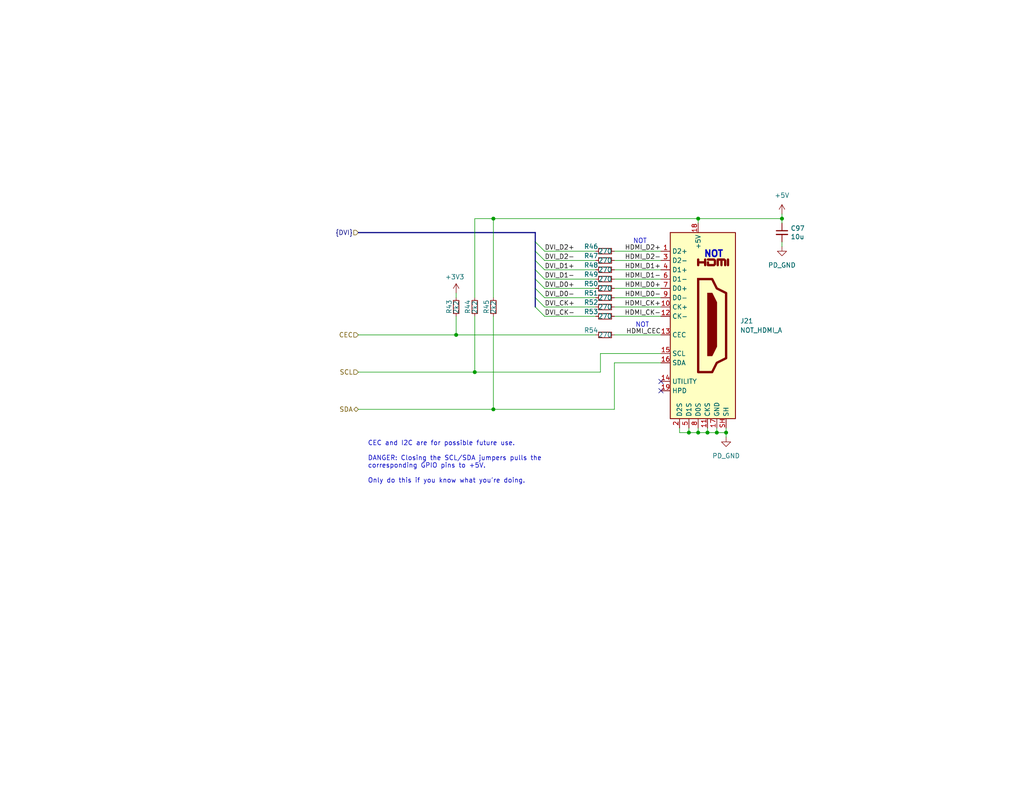
<source format=kicad_sch>
(kicad_sch (version 20211123) (generator eeschema)
  (paper "A")
  (title_block (title "EconoPET 40/8096") (date "2023-11-21") (rev "B"))
  (lib_symbols
    (symbol "Connector:HDMI_A"
      (property "Reference" "J" (at -6.35 26.67 0))
      (property "Value" "HDMI_A" (at 10.16 26.67 0))
      (symbol "HDMI_A_0_0"
        (polyline (pts (xy 8.128 16.51) (xy 8.128 18.034)) (stroke (width 0.635)))
        (polyline (pts (xy 0 16.51) (xy 0 18.034) (xy 0 17.272) (xy 1.905 17.272) (xy 1.905 18.034) (xy 1.905 16.51)) (stroke (width 0.635)))
        (polyline (pts (xy 2.667 18.034) (xy 4.318 18.034) (xy 4.572 17.78) (xy 4.572 16.764) (xy 4.318 16.51) (xy 2.667 16.51) (xy 2.667 17.272)) (stroke (width 0.635)))
      )
      (symbol "HDMI_A_0_1"
        (rectangle (start -7.62 25.4) (end 10.16 -25.4) (stroke (width 0.254)) (fill (type background)))
        (polyline (pts (xy 2.54 8.89) (xy 3.81 8.89) (xy 5.08 6.35) (xy 5.08 -5.715) (xy 3.81 -8.255) (xy 2.54 -8.255) (xy 2.54 8.89)) (fill (type outline)))
        (polyline (pts (xy 5.334 16.51) (xy 5.334 18.034) (xy 6.35 18.034) (xy 6.35 16.51) (xy 6.35 18.034) (xy 7.112 18.034) (xy 7.366 17.78) (xy 7.366 16.51)) (stroke (width 0.635)))
        (polyline (pts (xy 0 12.7) (xy 0 -12.7) (xy 3.81 -12.7) (xy 5.08 -10.16) (xy 7.62 -8.89) (xy 7.62 8.89) (xy 5.08 10.16) (xy 3.81 12.7) (xy 0 12.7)) (stroke (width 0.635)))
      )
      (symbol "HDMI_A_1_1"
        (pin passive line (at -10.16 20.32 0) (length 2.54) (name "D2+") (number "1"))
        (pin passive line (at -10.16 5.08 0) (length 2.54) (name "CK+") (number "10"))
        (pin power_in line (at 2.54 -27.94 90) (length 2.54) (name "CKS") (number "11"))
        (pin passive line (at -10.16 2.54 0) (length 2.54) (name "CK-") (number "12"))
        (pin bidirectional line (at -10.16 -2.54 0) (length 2.54) (name "CEC") (number "13"))
        (pin passive line (at -10.16 -15.24 0) (length 2.54) (name "UTILITY") (number "14"))
        (pin passive line (at -10.16 -7.62 0) (length 2.54) (name "SCL") (number "15"))
        (pin bidirectional line (at -10.16 -10.16 0) (length 2.54) (name "SDA") (number "16"))
        (pin power_in line (at 5.08 -27.94 90) (length 2.54) (name "GND") (number "17"))
        (pin power_in line (at 0 27.94 270) (length 2.54) (name "+5V") (number "18"))
        (pin passive line (at -10.16 -17.78 0) (length 2.54) (name "HPD") (number "19"))
        (pin power_in line (at -5.08 -27.94 90) (length 2.54) (name "D2S") (number "2"))
        (pin passive line (at -10.16 17.78 0) (length 2.54) (name "D2-") (number "3"))
        (pin passive line (at -10.16 15.24 0) (length 2.54) (name "D1+") (number "4"))
        (pin power_in line (at -2.54 -27.94 90) (length 2.54) (name "D1S") (number "5"))
        (pin passive line (at -10.16 12.7 0) (length 2.54) (name "D1-") (number "6"))
        (pin passive line (at -10.16 10.16 0) (length 2.54) (name "D0+") (number "7"))
        (pin power_in line (at 0 -27.94 90) (length 2.54) (name "D0S") (number "8"))
        (pin passive line (at -10.16 7.62 0) (length 2.54) (name "D0-") (number "9"))
        (pin passive line (at 7.62 -27.94 90) (length 2.54) (name "SH") (number "SH"))
      )
    )
    (symbol "Device:C_Small" (pin_numbers hide) (pin_names (offset 0.254) hide)
      (property "Reference" "C" (at 0.254 1.778 0))
      (property "Value" "C_Small" (at 0.254 -2.032 0))
      (symbol "C_Small_0_1"
        (polyline (pts (xy -1.524 -0.508) (xy 1.524 -0.508)) (stroke (width 0.3302)))
        (polyline (pts (xy -1.524 0.508) (xy 1.524 0.508)) (stroke (width 0.3048)))
      )
      (symbol "C_Small_1_1"
        (pin passive line (at 0 2.54 270) (length 2.032) (name "~") (number "1"))
        (pin passive line (at 0 -2.54 90) (length 2.032) (name "~") (number "2"))
      )
    )
    (symbol "Device:R_Small" (pin_numbers hide) (pin_names (offset 0.254) hide)
      (property "Reference" "R" (at 0.762 0.508 0))
      (property "Value" "R_Small" (at 0.762 -1.016 0))
      (symbol "R_Small_0_1"
        (rectangle (start -0.762 1.778) (end 0.762 -1.778) (stroke (width 0.2032)))
      )
      (symbol "R_Small_1_1"
        (pin passive line (at 0 2.54 270) (length 0.762) (name "~") (number "1"))
        (pin passive line (at 0 -2.54 90) (length 0.762) (name "~") (number "2"))
      )
    )
    (symbol "PET:PD_GND" (power) (pin_names (offset 0))
      (property "Value" "PD_GND" (at 0 -3.81 0))
      (symbol "PD_GND_0_1"
        (polyline (pts (xy 0 0) (xy 0 -1.27) (xy 1.27 -1.27) (xy 0 -2.54) (xy -1.27 -1.27) (xy 0 -1.27)))
      )
      (symbol "PD_GND_1_1"
        (pin power_in line (at 0 0 270) (length 0) hide (name "PD_GND") (number "1"))
      )
    )
    (symbol "power:+3V3" (power) (pin_names (offset 0))
      (property "Value" "+3V3" (at 0 3.556 0))
      (symbol "+3V3_0_1"
        (polyline (pts (xy -0.762 1.27) (xy 0 2.54)))
        (polyline (pts (xy 0 0) (xy 0 2.54)))
        (polyline (pts (xy 0 2.54) (xy 0.762 1.27)))
      )
      (symbol "+3V3_1_1"
        (pin power_in line (at 0 0 90) (length 0) hide (name "+3V3") (number "1"))
      )
    )
    (symbol "power:+5V" (power) (pin_names (offset 0))
      (property "Value" "+5V" (at 0 3.556 0))
      (symbol "+5V_0_1"
        (polyline (pts (xy -0.762 1.27) (xy 0 2.54)))
        (polyline (pts (xy 0 0) (xy 0 2.54)))
        (polyline (pts (xy 0 2.54) (xy 0.762 1.27)))
      )
      (symbol "+5V_1_1"
        (pin power_in line (at 0 0 90) (length 0) hide (name "+5V") (number "1"))
      )
    )
  )
  (bus_alias "DVI" (members "DVI_D2+" "DVI_D2-" "DVI_D1+" "DVI_D1-" "DVI_D0+" "DVI_D0-" "DVI_CK+" "DVI_CK-"))
  (junction (at 134.62 111.76))
  (junction (at 213.36 59.69))
  (junction (at 193.04 118.11))
  (junction (at 190.5 59.69))
  (junction (at 134.62 59.69))
  (junction (at 190.5 118.11))
  (junction (at 129.54 101.6))
  (junction (at 198.12 118.11))
  (junction (at 187.96 118.11))
  (junction (at 124.46 91.44))
  (junction (at 195.58 118.11))
  (no_connect (at 180.34 104.14))
  (no_connect (at 180.34 106.68))
  (bus_entry (at 146.05 66.04) (size 2.54 2.54))
  (bus_entry (at 146.05 68.58) (size 2.54 2.54))
  (bus_entry (at 146.05 71.12) (size 2.54 2.54))
  (bus_entry (at 146.05 73.66) (size 2.54 2.54))
  (bus_entry (at 146.05 76.2) (size 2.54 2.54))
  (bus_entry (at 146.05 78.74) (size 2.54 2.54))
  (bus_entry (at 146.05 81.28) (size 2.54 2.54))
  (bus_entry (at 146.05 83.82) (size 2.54 2.54))
  (wire (pts (xy 167.64 81.28) (xy 180.34 81.28)))
  (bus (pts (xy 146.05 63.5) (xy 146.05 66.04)))
  (wire (pts (xy 167.64 83.82) (xy 180.34 83.82)))
  (wire (pts (xy 167.64 111.76) (xy 167.64 99.06)))
  (wire (pts (xy 134.62 59.69) (xy 190.5 59.69)))
  (wire (pts (xy 190.5 118.11) (xy 193.04 118.11)))
  (wire (pts (xy 213.36 67.31) (xy 213.36 66.04)))
  (bus (pts (xy 146.05 71.12) (xy 146.05 73.66)))
  (bus (pts (xy 146.05 76.2) (xy 146.05 78.74)))
  (wire (pts (xy 124.46 86.36) (xy 124.46 91.44)))
  (wire (pts (xy 162.56 71.12) (xy 148.59 71.12)))
  (bus (pts (xy 146.05 68.58) (xy 146.05 71.12)))
  (wire (pts (xy 185.42 118.11) (xy 187.96 118.11)))
  (wire (pts (xy 167.64 71.12) (xy 180.34 71.12)))
  (wire (pts (xy 162.56 76.2) (xy 148.59 76.2)))
  (wire (pts (xy 129.54 59.69) (xy 129.54 81.28)))
  (wire (pts (xy 193.04 116.84) (xy 193.04 118.11)))
  (wire (pts (xy 185.42 116.84) (xy 185.42 118.11)))
  (wire (pts (xy 167.64 78.74) (xy 180.34 78.74)))
  (wire (pts (xy 190.5 59.69) (xy 213.36 59.69)))
  (wire (pts (xy 167.64 68.58) (xy 180.34 68.58)))
  (wire (pts (xy 97.79 101.6) (xy 129.54 101.6)))
  (wire (pts (xy 213.36 59.69) (xy 213.36 58.42)))
  (wire (pts (xy 190.5 59.69) (xy 190.5 60.96)))
  (bus (pts (xy 146.05 66.04) (xy 146.05 68.58)))
  (bus (pts (xy 146.05 73.66) (xy 146.05 76.2)))
  (bus (pts (xy 146.05 81.28) (xy 146.05 83.82)))
  (wire (pts (xy 195.58 116.84) (xy 195.58 118.11)))
  (wire (pts (xy 134.62 59.69) (xy 134.62 81.28)))
  (wire (pts (xy 162.56 68.58) (xy 148.59 68.58)))
  (wire (pts (xy 163.83 101.6) (xy 163.83 96.52)))
  (wire (pts (xy 195.58 118.11) (xy 198.12 118.11)))
  (wire (pts (xy 198.12 116.84) (xy 198.12 118.11)))
  (wire (pts (xy 162.56 81.28) (xy 148.59 81.28)))
  (bus (pts (xy 146.05 78.74) (xy 146.05 81.28)))
  (wire (pts (xy 97.79 111.76) (xy 134.62 111.76)))
  (wire (pts (xy 162.56 83.82) (xy 148.59 83.82)))
  (wire (pts (xy 198.12 118.11) (xy 198.12 119.38)))
  (wire (pts (xy 190.5 116.84) (xy 190.5 118.11)))
  (wire (pts (xy 187.96 118.11) (xy 190.5 118.11)))
  (wire (pts (xy 124.46 81.28) (xy 124.46 80.01)))
  (wire (pts (xy 167.64 73.66) (xy 180.34 73.66)))
  (wire (pts (xy 162.56 86.36) (xy 148.59 86.36)))
  (wire (pts (xy 129.54 86.36) (xy 129.54 101.6)))
  (wire (pts (xy 97.79 91.44) (xy 124.46 91.44)))
  (wire (pts (xy 163.83 96.52) (xy 180.34 96.52)))
  (wire (pts (xy 134.62 86.36) (xy 134.62 111.76)))
  (wire (pts (xy 187.96 116.84) (xy 187.96 118.11)))
  (wire (pts (xy 162.56 73.66) (xy 148.59 73.66)))
  (wire (pts (xy 193.04 118.11) (xy 195.58 118.11)))
  (wire (pts (xy 167.64 86.36) (xy 180.34 86.36)))
  (wire (pts (xy 167.64 76.2) (xy 180.34 76.2)))
  (wire (pts (xy 162.56 78.74) (xy 148.59 78.74)))
  (wire (pts (xy 167.64 99.06) (xy 180.34 99.06)))
  (wire (pts (xy 167.64 91.44) (xy 180.34 91.44)))
  (bus (pts (xy 97.79 63.5) (xy 146.05 63.5)))
  (wire (pts (xy 213.36 60.96) (xy 213.36 59.69)))
  (wire (pts (xy 124.46 91.44) (xy 162.56 91.44)))
  (wire (pts (xy 134.62 111.76) (xy 167.64 111.76)))
  (wire (pts (xy 134.62 59.69) (xy 129.54 59.69)))
  (wire (pts (xy 129.54 101.6) (xy 163.83 101.6)))
  (text "NOT" (at 172.72 66.675 0) (effects (font (size 1.27 1.27)) (justify left bottom)))
  (text "CEC and I2C are for possible future use.\n\nDANGER: Closing the SCL/SDA jumpers pulls the\ncorresponding GPIO pins to +5V.\n\nOnly do this if you know what you're doing." (at 100.33 132.08 0) (effects (font (size 1.27 1.27)) (justify left bottom)))
  (text "NOT" (at 197.485 70.485 180) (effects (font (size 1.75 1.75) (thickness 0.4) bold) (justify right bottom)))
  (text "NOT" (at 173.355 89.535 0) (effects (font (size 1.27 1.27)) (justify left bottom)))
  (label "DVI_D2+" (at 148.59 68.58 0))
  (label "HDMI_D0-" (at 180.34 81.28 180))
  (label "HDMI_CK-" (at 180.34 86.36 180))
  (label "HDMI_CK+" (at 180.34 83.82 180))
  (label "DVI_D0-" (at 148.59 81.28 0))
  (label "DVI_D1+" (at 148.59 73.66 0))
  (label "HDMI_D1-" (at 180.34 76.2 180))
  (label "HDMI_D2-" (at 180.34 71.12 180))
  (label "DVI_CK+" (at 148.59 83.82 0))
  (label "DVI_D1-" (at 148.59 76.2 0))
  (label "HDMI_CEC" (at 180.34 91.44 180))
  (label "DVI_CK-" (at 148.59 86.36 0))
  (label "HDMI_D1+" (at 180.34 73.66 180))
  (label "DVI_D0+" (at 148.59 78.74 0))
  (label "HDMI_D2+" (at 180.34 68.58 180))
  (label "HDMI_D0+" (at 180.34 78.74 180))
  (label "DVI_D2-" (at 148.59 71.12 0))
  (hierarchical_label "SCL" (shape input) (at 97.79 101.6 180))
  (hierarchical_label "{DVI}" (shape input) (at 97.79 63.5 180))
  (hierarchical_label "CEC" (shape input) (at 97.79 91.44 180))
  (hierarchical_label "SDA" (shape bidirectional) (at 97.79 111.76 180))
  (symbol (lib_id "Device:R_Small") (at 165.1 83.82 90) (unit 1)
    (property "Reference" "R52" (at 161.29 82.55 90))
    (property "Value" "270" (at 165.1 83.82 90))
    (property "Footprint" "Resistor_SMD:R_0603_1608Metric" (effects hide))
    (property "Datasheet" "https://datasheet.lcsc.com/lcsc/2206010130_UNI-ROYAL-Uniroyal-Elec-0603WAF2700T5E_C22966.pdf" (effects hide))
    (property "LCSC" "C22966" (effects hide))
  )
  (symbol (lib_id "Device:R_Small") (at 165.1 76.2 90) (unit 1)
    (property "Reference" "R49" (at 161.29 74.93 90))
    (property "Value" "270" (at 165.1 76.2 90))
    (property "Footprint" "Resistor_SMD:R_0603_1608Metric" (effects hide))
    (property "Datasheet" "https://datasheet.lcsc.com/lcsc/2206010130_UNI-ROYAL-Uniroyal-Elec-0603WAF2700T5E_C22966.pdf" (effects hide))
    (property "LCSC" "C22966" (effects hide))
  )
  (symbol (lib_id "Device:R_Small") (at 134.62 83.82 0) (unit 1)
    (property "Reference" "R45" (at 132.715 85.725 90) (effects (justify left)))
    (property "Value" "2k2" (at 134.62 85.725 90) (effects (justify left)))
    (property "Footprint" "Resistor_SMD:R_0402_1005Metric" (effects hide))
    (property "Datasheet" "https://datasheet.lcsc.com/lcsc/2206010045_UNI-ROYAL-Uniroyal-Elec-0402WGF2201TCE_C25879.pdf" (effects hide))
    (property "LCSC" "C25879" (effects hide))
  )
  (symbol (lib_id "Device:R_Small") (at 129.54 83.82 0) (unit 1)
    (property "Reference" "R44" (at 127.635 85.725 90) (effects (justify left)))
    (property "Value" "2k2" (at 129.54 85.725 90) (effects (justify left)))
    (property "Footprint" "Resistor_SMD:R_0402_1005Metric" (effects hide))
    (property "Datasheet" "https://datasheet.lcsc.com/lcsc/2206010045_UNI-ROYAL-Uniroyal-Elec-0402WGF2201TCE_C25879.pdf" (effects hide))
    (property "LCSC" "C25879" (effects hide))
  )
  (symbol (lib_id "power:+5V") (at 213.36 58.42 0) (unit 1)
    (property "Reference" "#PWR0163" (effects hide))
    (property "Value" "+5V" (at 213.36 53.34 0))
  )
  (symbol (lib_id "power:+3V3") (at 124.46 80.01 0) (mirror y) (unit 1)
    (property "Reference" "#PWR0161" (effects hide))
    (property "Value" "+3V3" (at 124.079 75.6158 0))
  )
  (symbol (lib_id "Connector:HDMI_A") (at 190.5 88.9 0) (unit 1)
    (property "Reference" "J21" (at 201.93 87.63 0) (effects (justify left)))
    (property "Value" "NOT_HDMI_A" (at 201.93 90.17 0) (effects (justify left)))
    (property "Footprint" "Connector_HDMI:HDMI_A_Molex_208658-1001_Horizontal" (effects hide))
    (property "Datasheet" "https://datasheet.lcsc.com/lcsc/1811111311_BOOMELE-Boom-Precision-Elec-C138388_C138388.pdf" (effects hide))
    (property "LCSC" "C138388" (effects hide))
  )
  (symbol (lib_id "Device:R_Small") (at 165.1 68.58 90) (unit 1)
    (property "Reference" "R46" (at 161.29 67.31 90))
    (property "Value" "270" (at 165.1 68.58 90))
    (property "Footprint" "Resistor_SMD:R_0603_1608Metric" (effects hide))
    (property "Datasheet" "https://datasheet.lcsc.com/lcsc/2206010130_UNI-ROYAL-Uniroyal-Elec-0603WAF2700T5E_C22966.pdf" (effects hide))
    (property "LCSC" "C22966" (effects hide))
  )
  (symbol (lib_id "Device:R_Small") (at 165.1 91.44 90) (unit 1)
    (property "Reference" "R54" (at 161.29 90.17 90))
    (property "Value" "270" (at 165.1 91.44 90))
    (property "Footprint" "Resistor_SMD:R_0603_1608Metric" (effects hide))
    (property "Datasheet" "https://datasheet.lcsc.com/lcsc/2206010130_UNI-ROYAL-Uniroyal-Elec-0603WAF2700T5E_C22966.pdf" (effects hide))
    (property "LCSC" "C22966" (effects hide))
  )
  (symbol (lib_id "Device:R_Small") (at 165.1 81.28 90) (unit 1)
    (property "Reference" "R51" (at 161.29 80.01 90))
    (property "Value" "270" (at 165.1 81.28 90))
    (property "Footprint" "Resistor_SMD:R_0603_1608Metric" (effects hide))
    (property "Datasheet" "https://datasheet.lcsc.com/lcsc/2206010130_UNI-ROYAL-Uniroyal-Elec-0603WAF2700T5E_C22966.pdf" (effects hide))
    (property "LCSC" "C22966" (effects hide))
  )
  (symbol (lib_id "Device:R_Small") (at 165.1 86.36 90) (unit 1)
    (property "Reference" "R53" (at 161.29 85.09 90))
    (property "Value" "270" (at 165.1 86.36 90))
    (property "Footprint" "Resistor_SMD:R_0603_1608Metric" (effects hide))
    (property "Datasheet" "https://datasheet.lcsc.com/lcsc/2206010130_UNI-ROYAL-Uniroyal-Elec-0603WAF2700T5E_C22966.pdf" (effects hide))
    (property "LCSC" "C22966" (effects hide))
  )
  (symbol (lib_id "Device:C_Small") (at 213.36 63.5 0) (unit 1)
    (property "Reference" "C97" (at 215.6968 62.3316 0) (effects (justify left)))
    (property "Value" "10u" (at 215.6968 64.643 0) (effects (justify left)))
    (property "Footprint" "Capacitor_SMD:C_0603_1608Metric" (effects hide))
    (property "Datasheet" "https://datasheet.lcsc.com/lcsc/2304140030_Samsung-Electro-Mechanics-CL10A106MA8NRNC_C96446.pdf" (effects hide))
    (property "LCSC" "C96446" (effects hide))
  )
  (symbol (lib_id "Device:R_Small") (at 165.1 78.74 90) (unit 1)
    (property "Reference" "R50" (at 161.29 77.47 90))
    (property "Value" "270" (at 165.1 78.74 90))
    (property "Footprint" "Resistor_SMD:R_0603_1608Metric" (effects hide))
    (property "Datasheet" "https://datasheet.lcsc.com/lcsc/2206010130_UNI-ROYAL-Uniroyal-Elec-0603WAF2700T5E_C22966.pdf" (effects hide))
    (property "LCSC" "C22966" (effects hide))
  )
  (symbol (lib_id "Device:R_Small") (at 124.46 83.82 0) (unit 1)
    (property "Reference" "R43" (at 122.555 85.725 90) (effects (justify left)))
    (property "Value" "2k2" (at 124.46 85.725 90) (effects (justify left)))
    (property "Footprint" "Resistor_SMD:R_0402_1005Metric" (effects hide))
    (property "Datasheet" "https://datasheet.lcsc.com/lcsc/2206010045_UNI-ROYAL-Uniroyal-Elec-0402WGF2201TCE_C25879.pdf" (effects hide))
    (property "LCSC" "C25879" (effects hide))
  )
  (symbol (lib_id "PET:PD_GND") (at 198.12 119.38 0) (unit 1)
    (property "Reference" "#PWR0162" (effects hide))
    (property "Value" "PD_GND" (at 198.12 124.46 0))
  )
  (symbol (lib_id "Device:R_Small") (at 165.1 71.12 90) (unit 1)
    (property "Reference" "R47" (at 161.29 69.85 90))
    (property "Value" "270" (at 165.1 71.12 90))
    (property "Footprint" "Resistor_SMD:R_0603_1608Metric" (effects hide))
    (property "Datasheet" "https://datasheet.lcsc.com/lcsc/2206010130_UNI-ROYAL-Uniroyal-Elec-0603WAF2700T5E_C22966.pdf" (effects hide))
    (property "LCSC" "C22966" (effects hide))
  )
  (symbol (lib_id "Device:R_Small") (at 165.1 73.66 90) (unit 1)
    (property "Reference" "R48" (at 161.29 72.39 90))
    (property "Value" "270" (at 165.1 73.66 90))
    (property "Footprint" "Resistor_SMD:R_0603_1608Metric" (effects hide))
    (property "Datasheet" "https://datasheet.lcsc.com/lcsc/2206010130_UNI-ROYAL-Uniroyal-Elec-0603WAF2700T5E_C22966.pdf" (effects hide))
    (property "LCSC" "C22966" (effects hide))
  )
  (symbol (lib_id "PET:PD_GND") (at 213.36 67.31 0) (unit 1)
    (property "Reference" "#PWR0164" (effects hide))
    (property "Value" "PD_GND" (at 213.36 72.39 0))
  )
)
</source>
